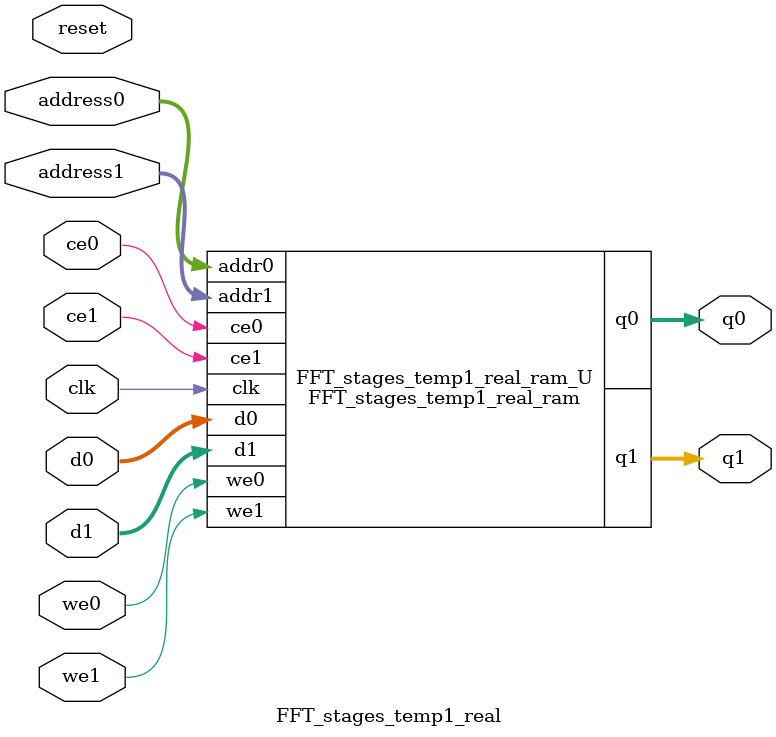
<source format=v>
`timescale 1 ns / 1 ps
module FFT_stages_temp1_real_ram (addr0, ce0, d0, we0, q0, addr1, ce1, d1, we1, q1,  clk);

parameter DWIDTH = 32;
parameter AWIDTH = 3;
parameter MEM_SIZE = 8;

input[AWIDTH-1:0] addr0;
input ce0;
input[DWIDTH-1:0] d0;
input we0;
output reg[DWIDTH-1:0] q0;
input[AWIDTH-1:0] addr1;
input ce1;
input[DWIDTH-1:0] d1;
input we1;
output reg[DWIDTH-1:0] q1;
input clk;

(* ram_style = "block" *)reg [DWIDTH-1:0] ram[0:MEM_SIZE-1];




always @(posedge clk)  
begin 
    if (ce0) 
    begin
        if (we0) 
        begin 
            ram[addr0] <= d0; 
        end 
        q0 <= ram[addr0];
    end
end


always @(posedge clk)  
begin 
    if (ce1) 
    begin
        if (we1) 
        begin 
            ram[addr1] <= d1; 
        end 
        q1 <= ram[addr1];
    end
end


endmodule

`timescale 1 ns / 1 ps
module FFT_stages_temp1_real(
    reset,
    clk,
    address0,
    ce0,
    we0,
    d0,
    q0,
    address1,
    ce1,
    we1,
    d1,
    q1);

parameter DataWidth = 32'd32;
parameter AddressRange = 32'd8;
parameter AddressWidth = 32'd3;
input reset;
input clk;
input[AddressWidth - 1:0] address0;
input ce0;
input we0;
input[DataWidth - 1:0] d0;
output[DataWidth - 1:0] q0;
input[AddressWidth - 1:0] address1;
input ce1;
input we1;
input[DataWidth - 1:0] d1;
output[DataWidth - 1:0] q1;



FFT_stages_temp1_real_ram FFT_stages_temp1_real_ram_U(
    .clk( clk ),
    .addr0( address0 ),
    .ce0( ce0 ),
    .we0( we0 ),
    .d0( d0 ),
    .q0( q0 ),
    .addr1( address1 ),
    .ce1( ce1 ),
    .we1( we1 ),
    .d1( d1 ),
    .q1( q1 ));

endmodule


</source>
